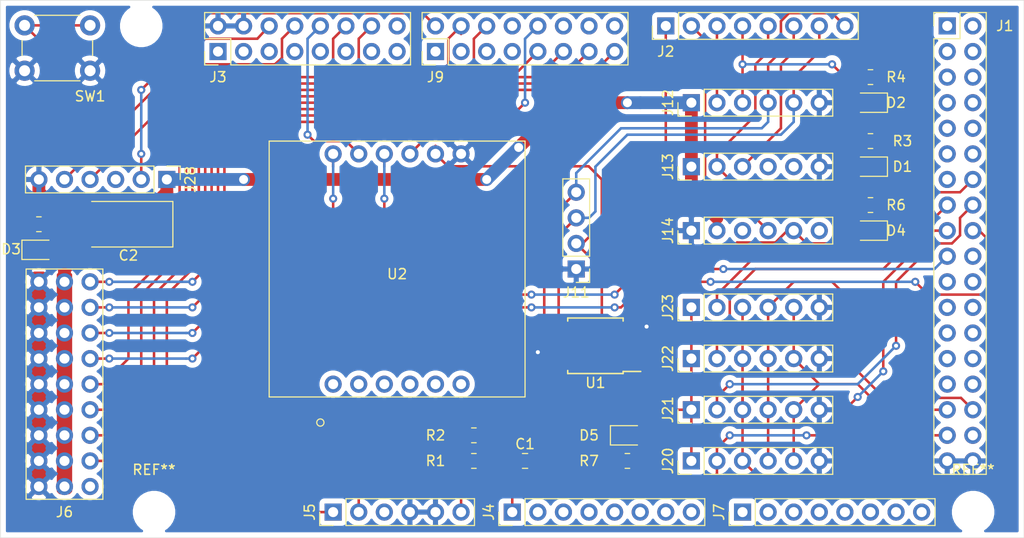
<source format=kicad_pcb>
(kicad_pcb (version 20171130) (host pcbnew "(5.1.9)-1")
  (layers (0 F.Cu signal) (31 B.Cu signal) (34 B.Paste user) (35 F.Paste user) (36 B.SilkS user) (37 F.SilkS user) (38 B.Mask user) (39 F.Mask user) (44 Edge.Cuts user))
  (net 0 "")
  (net 1 GND)
  (net 2 /A0)
  (net 3 /RE0)
  (net 4 /RE1)
  (net 5 /RE2)
  (net 6 /RE3)
  (net 7 /RE4)
  (net 8 /SCL1)
  (net 9 /SDA1)
  (net 10 /U4RX)
  (net 11 /U4TX)
  (net 12 /U2RX)
  (net 13 /U2TX)
  (net 14 /U5RX)
  (net 15 /U5TX)
  (net 16 /OC4)
  (net 17 /OC5)
  (net 18 /SDI1)
  (net 19 /SCL2)
  (net 20 /SDA2)
  (net 21 +BATT)
  (net 22 +3V3)
  (net 23 /RESET)
  (net 24 /SCK2)
  (net 25 /SDO2)
  (net 26 /SDI2)
  (net 27 /SCK1)
  (net 28 /RA0)
  (net 29 /RA1)
  (net 30 /RA4)
  (net 31 /SDO1)
  (net 32 /RA5)
  (net 33 /OC2)
  (net 34 /OC3)
  (net 35 /RE9)
  (net 36 +5V)
  (net 37 "Net-(D1-Pad1)")
  (net 38 "Net-(D2-Pad1)")
  (net 39 "Net-(D3-Pad1)")
  (net 40 "Net-(D4-Pad1)")
  (net 41 "Net-(D5-Pad1)")
  (module MountingHole:MountingHole_3.2mm_M3 (layer F.Cu) (at 52.07 40.64)
    (fp_text reference REF** hide)
    (fp_text value MountingHole_3.2mm_M3 hide)
    (pad 1 np_thru_hole circle (at 0 0) (size 3.2 3.2) (drill 3.2) (layers *.Cu *.Mask))
  )
  (module MountingHole:MountingHole_3.2mm_M3 (layer F.Cu) (at 53.34 88.9)
    (fp_text reference REF** (at 0 -4.2) (layer F.SilkS))
    (fp_text value MountingHole_3.2mm_M3 hide)
    (pad 1 np_thru_hole circle (at 0 0) (size 3.2 3.2) (drill 3.2) (layers *.Cu *.Mask))
  )
  (module MountingHole:MountingHole_3.2mm_M3 (layer F.Cu) (at 134.65 88.9)
    (fp_text reference REF** (at 0 -4.2) (layer F.SilkS))
    (fp_text value MountingHole_3.2mm_M3 hide)
    (pad 1 np_thru_hole circle (at 0 0) (size 3.2 3.2) (drill 3.2) (layers *.Cu *.Mask))
  )
  (module Button_Switch_THT:SW_PUSH_6mm_H4.3mm (layer F.Cu) (at 46.99 45.085 180)
    (fp_text reference SW1 (at 0 -2.54) (layer F.SilkS))
    (fp_text value BTN)
    (pad 1 thru_hole circle (at 6.5 0 270) (size 2 2) (drill 1.1) (layers *.Cu *.Mask) (net 1 GND))
    (pad 2 thru_hole circle (at 6.5 4.5 270) (size 2 2) (drill 1.1) (layers *.Cu *.Mask) (net 23 /RESET))
    (pad 1 thru_hole circle (at 0 0 270) (size 2 2) (drill 1.1) (layers *.Cu *.Mask) (net 1 GND))
    (pad 2 thru_hole circle (at 0 4.5 270) (size 2 2) (drill 1.1) (layers *.Cu *.Mask) (net 23 /RESET))
  )
  (module Package_SO:SOIJ-8_5.3x5.3mm_P1.27mm (layer F.Cu) (at 97.155 72.39 180)
    (fp_text reference U1 (at 0 -3.68) (layer F.SilkS))
    (fp_text value 24LC256)
    (pad 8 smd rect (at 3.65 -1.905 180) (size 1.7 0.65) (layers F.Cu F.Paste F.Mask) (net 22 +3V3))
    (pad 7 smd rect (at 3.65 -0.635 180) (size 1.7 0.65) (layers F.Cu F.Paste F.Mask) (net 1 GND))
    (pad 6 smd rect (at 3.65 0.635 180) (size 1.7 0.65) (layers F.Cu F.Paste F.Mask) (net 8 /SCL1))
    (pad 5 smd rect (at 3.65 1.905 180) (size 1.7 0.65) (layers F.Cu F.Paste F.Mask) (net 9 /SDA1))
    (pad 4 smd rect (at -3.65 1.905 180) (size 1.7 0.65) (layers F.Cu F.Paste F.Mask) (net 1 GND))
    (pad 3 smd rect (at -3.65 0.635 180) (size 1.7 0.65) (layers F.Cu F.Paste F.Mask) (net 1 GND))
    (pad 2 smd rect (at -3.65 -0.635 180) (size 1.7 0.65) (layers F.Cu F.Paste F.Mask) (net 1 GND))
    (pad 1 smd rect (at -3.65 -1.905 180) (size 1.7 0.65) (layers F.Cu F.Paste F.Mask) (net 1 GND))
  )
  (module "OSAVC interface shield:PWM_HDR" (layer F.Cu) (at 44.45 76.2 180)
    (fp_text reference J6 (at 0 -12.7) (layer F.SilkS))
    (fp_text value PWM)
    (pad 3I thru_hole circle (at 2.54 10.16 180) (size 1.7 1.7) (drill 1) (layers *.Cu *.Mask) (net 1 GND))
    (pad 2I thru_hole circle (at 0 10.16 180) (size 1.7 1.7) (drill 1) (layers *.Cu *.Mask) (net 36 +5V))
    (pad 1I thru_hole circle (at -2.54 10.16 180) (size 1.7 1.7) (drill 1) (layers *.Cu *.Mask) (net 32 /RA5))
    (pad 3H thru_hole circle (at 2.54 7.62 180) (size 1.7 1.7) (drill 1) (layers *.Cu *.Mask) (net 1 GND))
    (pad 2H thru_hole circle (at 0 7.62 180) (size 1.7 1.7) (drill 1) (layers *.Cu *.Mask) (net 36 +5V))
    (pad 1H thru_hole circle (at -2.54 7.62 180) (size 1.7 1.7) (drill 1) (layers *.Cu *.Mask) (net 30 /RA4))
    (pad 3G thru_hole circle (at 2.54 5.08 180) (size 1.7 1.7) (drill 1) (layers *.Cu *.Mask) (net 1 GND))
    (pad 2G thru_hole circle (at 0 5.08 180) (size 1.7 1.7) (drill 1) (layers *.Cu *.Mask) (net 36 +5V))
    (pad 1G thru_hole circle (at -2.54 5.08 180) (size 1.7 1.7) (drill 1) (layers *.Cu *.Mask) (net 29 /RA1))
    (pad 3F thru_hole circle (at 2.54 2.54 180) (size 1.7 1.7) (drill 1) (layers *.Cu *.Mask) (net 1 GND))
    (pad 2F thru_hole circle (at 0 2.54 180) (size 1.7 1.7) (drill 1) (layers *.Cu *.Mask) (net 36 +5V))
    (pad 1F thru_hole circle (at -2.54 2.54 180) (size 1.7 1.7) (drill 1) (layers *.Cu *.Mask) (net 28 /RA0))
    (pad 3E thru_hole circle (at 2.54 0 180) (size 1.7 1.7) (drill 1) (layers *.Cu *.Mask) (net 1 GND))
    (pad 2E thru_hole circle (at 0 0 180) (size 1.7 1.7) (drill 1) (layers *.Cu *.Mask) (net 36 +5V))
    (pad 1E thru_hole circle (at -2.54 0 180) (size 1.7 1.7) (drill 1) (layers *.Cu *.Mask) (net 17 /OC5))
    (pad 3D thru_hole circle (at 2.54 -2.54 180) (size 1.7 1.7) (drill 1) (layers *.Cu *.Mask) (net 1 GND))
    (pad 2D thru_hole circle (at 0 -2.54 180) (size 1.7 1.7) (drill 1) (layers *.Cu *.Mask) (net 36 +5V))
    (pad 1D thru_hole circle (at -2.54 -2.54 180) (size 1.7 1.7) (drill 1) (layers *.Cu *.Mask) (net 16 /OC4))
    (pad 3C thru_hole circle (at 2.54 -5.08 180) (size 1.7 1.7) (drill 1) (layers *.Cu *.Mask) (net 1 GND))
    (pad 2C thru_hole circle (at 0 -5.08 180) (size 1.7 1.7) (drill 1) (layers *.Cu *.Mask) (net 36 +5V))
    (pad 1C thru_hole circle (at -2.54 -5.08 180) (size 1.7 1.7) (drill 1) (layers *.Cu *.Mask) (net 34 /OC3))
    (pad 3B thru_hole circle (at 2.54 -7.62 180) (size 1.7 1.7) (drill 1) (layers *.Cu *.Mask) (net 1 GND))
    (pad 2B thru_hole circle (at 0 -7.62 180) (size 1.7 1.7) (drill 1) (layers *.Cu *.Mask) (net 36 +5V))
    (pad 1B thru_hole circle (at -2.54 -7.62 180) (size 1.7 1.7) (drill 1) (layers *.Cu *.Mask) (net 33 /OC2))
    (pad 3A thru_hole circle (at 2.54 -10.16 180) (size 1.7 1.7) (drill 1) (layers *.Cu *.Mask) (net 1 GND))
    (pad 2A thru_hole circle (at 0 -10.16 180) (size 1.7 1.7) (drill 1) (layers *.Cu *.Mask) (net 36 +5V))
    (pad 1A thru_hole circle (at -2.54 -10.16 180) (size 1.7 1.7) (drill 1) (layers *.Cu *.Mask))
  )
  (module Connector_PinHeader_2.54mm:PinHeader_2x18_P2.54mm_Vertical (layer F.Cu) (at 132.08 40.64)
    (fp_text reference J1 (at 5.715 0) (layer F.SilkS))
    (fp_text value DIGITAL)
    (pad 36 thru_hole oval (at 2.54 43.18) (size 1.7 1.7) (drill 1) (layers *.Cu *.Mask) (net 1 GND))
    (pad 35 thru_hole oval (at 0 43.18) (size 1.7 1.7) (drill 1) (layers *.Cu *.Mask) (net 1 GND))
    (pad 34 thru_hole oval (at 2.54 40.64) (size 1.7 1.7) (drill 1) (layers *.Cu *.Mask))
    (pad 33 thru_hole oval (at 0 40.64) (size 1.7 1.7) (drill 1) (layers *.Cu *.Mask) (net 24 /SCK2))
    (pad 32 thru_hole oval (at 2.54 38.1) (size 1.7 1.7) (drill 1) (layers *.Cu *.Mask) (net 25 /SDO2))
    (pad 31 thru_hole oval (at 0 38.1) (size 1.7 1.7) (drill 1) (layers *.Cu *.Mask) (net 26 /SDI2))
    (pad 30 thru_hole oval (at 2.54 35.56) (size 1.7 1.7) (drill 1) (layers *.Cu *.Mask))
    (pad 29 thru_hole oval (at 0 35.56) (size 1.7 1.7) (drill 1) (layers *.Cu *.Mask))
    (pad 28 thru_hole oval (at 2.54 33.02) (size 1.7 1.7) (drill 1) (layers *.Cu *.Mask))
    (pad 27 thru_hole oval (at 0 33.02) (size 1.7 1.7) (drill 1) (layers *.Cu *.Mask))
    (pad 26 thru_hole oval (at 2.54 30.48) (size 1.7 1.7) (drill 1) (layers *.Cu *.Mask))
    (pad 25 thru_hole oval (at 0 30.48) (size 1.7 1.7) (drill 1) (layers *.Cu *.Mask))
    (pad 24 thru_hole oval (at 2.54 27.94) (size 1.7 1.7) (drill 1) (layers *.Cu *.Mask))
    (pad 23 thru_hole oval (at 0 27.94) (size 1.7 1.7) (drill 1) (layers *.Cu *.Mask))
    (pad 22 thru_hole oval (at 2.54 25.4) (size 1.7 1.7) (drill 1) (layers *.Cu *.Mask))
    (pad 21 thru_hole oval (at 0 25.4) (size 1.7 1.7) (drill 1) (layers *.Cu *.Mask))
    (pad 20 thru_hole oval (at 2.54 22.86) (size 1.7 1.7) (drill 1) (layers *.Cu *.Mask))
    (pad 19 thru_hole oval (at 0 22.86) (size 1.7 1.7) (drill 1) (layers *.Cu *.Mask) (net 27 /SCK1))
    (pad 18 thru_hole oval (at 2.54 20.32) (size 1.7 1.7) (drill 1) (layers *.Cu *.Mask) (net 3 /RE0))
    (pad 17 thru_hole oval (at 0 20.32) (size 1.7 1.7) (drill 1) (layers *.Cu *.Mask) (net 4 /RE1))
    (pad 16 thru_hole oval (at 2.54 17.78) (size 1.7 1.7) (drill 1) (layers *.Cu *.Mask) (net 5 /RE2))
    (pad 15 thru_hole oval (at 0 17.78) (size 1.7 1.7) (drill 1) (layers *.Cu *.Mask) (net 6 /RE3))
    (pad 14 thru_hole oval (at 2.54 15.24) (size 1.7 1.7) (drill 1) (layers *.Cu *.Mask) (net 7 /RE4))
    (pad 13 thru_hole oval (at 0 15.24) (size 1.7 1.7) (drill 1) (layers *.Cu *.Mask))
    (pad 12 thru_hole oval (at 2.54 12.7) (size 1.7 1.7) (drill 1) (layers *.Cu *.Mask))
    (pad 11 thru_hole oval (at 0 12.7) (size 1.7 1.7) (drill 1) (layers *.Cu *.Mask))
    (pad 10 thru_hole oval (at 2.54 10.16) (size 1.7 1.7) (drill 1) (layers *.Cu *.Mask))
    (pad 9 thru_hole oval (at 0 10.16) (size 1.7 1.7) (drill 1) (layers *.Cu *.Mask))
    (pad 8 thru_hole oval (at 2.54 7.62) (size 1.7 1.7) (drill 1) (layers *.Cu *.Mask))
    (pad 7 thru_hole oval (at 0 7.62) (size 1.7 1.7) (drill 1) (layers *.Cu *.Mask))
    (pad 6 thru_hole oval (at 2.54 5.08) (size 1.7 1.7) (drill 1) (layers *.Cu *.Mask))
    (pad 5 thru_hole oval (at 0 5.08) (size 1.7 1.7) (drill 1) (layers *.Cu *.Mask))
    (pad 4 thru_hole oval (at 2.54 2.54) (size 1.7 1.7) (drill 1) (layers *.Cu *.Mask))
    (pad 3 thru_hole oval (at 0 2.54) (size 1.7 1.7) (drill 1) (layers *.Cu *.Mask))
    (pad 2 thru_hole oval (at 2.54 0) (size 1.7 1.7) (drill 1) (layers *.Cu *.Mask))
    (pad 1 thru_hole rect (at 0 0) (size 1.7 1.7) (drill 1) (layers *.Cu *.Mask))
  )
  (module Connector_PinHeader_2.54mm:PinHeader_1x08_P2.54mm_Vertical (layer F.Cu) (at 104.14 40.64 90)
    (fp_text reference J2 (at -2.54 0 180) (layer F.SilkS))
    (fp_text value COMMUNICATION)
    (pad 8 thru_hole oval (at 0 17.78 90) (size 1.7 1.7) (drill 1) (layers *.Cu *.Mask) (net 8 /SCL1))
    (pad 7 thru_hole oval (at 0 15.24 90) (size 1.7 1.7) (drill 1) (layers *.Cu *.Mask) (net 9 /SDA1))
    (pad 6 thru_hole oval (at 0 12.7 90) (size 1.7 1.7) (drill 1) (layers *.Cu *.Mask) (net 10 /U4RX))
    (pad 5 thru_hole oval (at 0 10.16 90) (size 1.7 1.7) (drill 1) (layers *.Cu *.Mask) (net 11 /U4TX))
    (pad 4 thru_hole oval (at 0 7.62 90) (size 1.7 1.7) (drill 1) (layers *.Cu *.Mask) (net 12 /U2RX))
    (pad 3 thru_hole oval (at 0 5.08 90) (size 1.7 1.7) (drill 1) (layers *.Cu *.Mask) (net 13 /U2TX))
    (pad 2 thru_hole oval (at 0 2.54 90) (size 1.7 1.7) (drill 1) (layers *.Cu *.Mask) (net 14 /U5RX))
    (pad 1 thru_hole rect (at 0 0 90) (size 1.7 1.7) (drill 1) (layers *.Cu *.Mask) (net 15 /U5TX))
  )
  (module Connector_PinHeader_2.54mm:PinHeader_2x08_P2.54mm_Vertical (layer F.Cu) (at 59.69 43.18 90)
    (fp_text reference J3 (at -2.54 0 180) (layer F.SilkS))
    (fp_text value PWM/DIGITAL)
    (pad 16 thru_hole oval (at 2.54 17.78 90) (size 1.7 1.7) (drill 1) (layers *.Cu *.Mask))
    (pad 15 thru_hole oval (at 0 17.78 90) (size 1.7 1.7) (drill 1) (layers *.Cu *.Mask))
    (pad 14 thru_hole oval (at 2.54 15.24 90) (size 1.7 1.7) (drill 1) (layers *.Cu *.Mask) (net 16 /OC4))
    (pad 13 thru_hole oval (at 0 15.24 90) (size 1.7 1.7) (drill 1) (layers *.Cu *.Mask))
    (pad 12 thru_hole oval (at 2.54 12.7 90) (size 1.7 1.7) (drill 1) (layers *.Cu *.Mask) (net 17 /OC5))
    (pad 11 thru_hole oval (at 0 12.7 90) (size 1.7 1.7) (drill 1) (layers *.Cu *.Mask))
    (pad 10 thru_hole oval (at 2.54 10.16 90) (size 1.7 1.7) (drill 1) (layers *.Cu *.Mask) (net 18 /SDI1))
    (pad 9 thru_hole oval (at 0 10.16 90) (size 1.7 1.7) (drill 1) (layers *.Cu *.Mask))
    (pad 8 thru_hole oval (at 2.54 7.62 90) (size 1.7 1.7) (drill 1) (layers *.Cu *.Mask) (net 19 /SCL2))
    (pad 7 thru_hole oval (at 0 7.62 90) (size 1.7 1.7) (drill 1) (layers *.Cu *.Mask))
    (pad 6 thru_hole oval (at 2.54 5.08 90) (size 1.7 1.7) (drill 1) (layers *.Cu *.Mask) (net 20 /SDA2))
    (pad 5 thru_hole oval (at 0 5.08 90) (size 1.7 1.7) (drill 1) (layers *.Cu *.Mask))
    (pad 4 thru_hole oval (at 2.54 2.54 90) (size 1.7 1.7) (drill 1) (layers *.Cu *.Mask) (net 1 GND))
    (pad 3 thru_hole oval (at 0 2.54 90) (size 1.7 1.7) (drill 1) (layers *.Cu *.Mask))
    (pad 2 thru_hole oval (at 2.54 0 90) (size 1.7 1.7) (drill 1) (layers *.Cu *.Mask) (net 1 GND))
    (pad 1 thru_hole rect (at 0 0 90) (size 1.7 1.7) (drill 1) (layers *.Cu *.Mask))
  )
  (module Connector_PinHeader_2.54mm:PinHeader_1x08_P2.54mm_Vertical (layer F.Cu) (at 88.9 88.9 90)
    (fp_text reference J4 (at 0 -2.33 90) (layer F.SilkS))
    (fp_text value "ANALOG 1")
    (pad 8 thru_hole oval (at 0 17.78 90) (size 1.7 1.7) (drill 1) (layers *.Cu *.Mask))
    (pad 7 thru_hole oval (at 0 15.24 90) (size 1.7 1.7) (drill 1) (layers *.Cu *.Mask))
    (pad 6 thru_hole oval (at 0 12.7 90) (size 1.7 1.7) (drill 1) (layers *.Cu *.Mask))
    (pad 5 thru_hole oval (at 0 10.16 90) (size 1.7 1.7) (drill 1) (layers *.Cu *.Mask))
    (pad 4 thru_hole oval (at 0 7.62 90) (size 1.7 1.7) (drill 1) (layers *.Cu *.Mask))
    (pad 3 thru_hole oval (at 0 5.08 90) (size 1.7 1.7) (drill 1) (layers *.Cu *.Mask))
    (pad 2 thru_hole oval (at 0 2.54 90) (size 1.7 1.7) (drill 1) (layers *.Cu *.Mask))
    (pad 1 thru_hole rect (at 0 0 90) (size 1.7 1.7) (drill 1) (layers *.Cu *.Mask) (net 2 /A0))
  )
  (module Connector_PinHeader_2.54mm:PinHeader_1x08_P2.54mm_Vertical (layer F.Cu) (at 111.76 88.9 90)
    (fp_text reference J7 (at 0 -2.33 90) (layer F.SilkS))
    (fp_text value "ANALOG 2")
    (pad 8 thru_hole oval (at 0 17.78 90) (size 1.7 1.7) (drill 1) (layers *.Cu *.Mask))
    (pad 7 thru_hole oval (at 0 15.24 90) (size 1.7 1.7) (drill 1) (layers *.Cu *.Mask))
    (pad 6 thru_hole oval (at 0 12.7 90) (size 1.7 1.7) (drill 1) (layers *.Cu *.Mask))
    (pad 5 thru_hole oval (at 0 10.16 90) (size 1.7 1.7) (drill 1) (layers *.Cu *.Mask))
    (pad 4 thru_hole oval (at 0 7.62 90) (size 1.7 1.7) (drill 1) (layers *.Cu *.Mask))
    (pad 3 thru_hole oval (at 0 5.08 90) (size 1.7 1.7) (drill 1) (layers *.Cu *.Mask))
    (pad 2 thru_hole oval (at 0 2.54 90) (size 1.7 1.7) (drill 1) (layers *.Cu *.Mask))
    (pad 1 thru_hole rect (at 0 0 90) (size 1.7 1.7) (drill 1) (layers *.Cu *.Mask))
  )
  (module Connector_PinHeader_2.54mm:PinHeader_2x08_P2.54mm_Vertical (layer F.Cu) (at 81.28 43.18 90)
    (fp_text reference J9 (at -2.54 0 180) (layer F.SilkS))
    (fp_text value " ")
    (pad 16 thru_hole oval (at 2.54 17.78 90) (size 1.7 1.7) (drill 1) (layers *.Cu *.Mask))
    (pad 15 thru_hole oval (at 0 17.78 90) (size 1.7 1.7) (drill 1) (layers *.Cu *.Mask) (net 28 /RA0))
    (pad 14 thru_hole oval (at 2.54 15.24 90) (size 1.7 1.7) (drill 1) (layers *.Cu *.Mask))
    (pad 13 thru_hole oval (at 0 15.24 90) (size 1.7 1.7) (drill 1) (layers *.Cu *.Mask) (net 29 /RA1))
    (pad 12 thru_hole oval (at 2.54 12.7 90) (size 1.7 1.7) (drill 1) (layers *.Cu *.Mask))
    (pad 11 thru_hole oval (at 0 12.7 90) (size 1.7 1.7) (drill 1) (layers *.Cu *.Mask) (net 30 /RA4))
    (pad 10 thru_hole oval (at 2.54 10.16 90) (size 1.7 1.7) (drill 1) (layers *.Cu *.Mask) (net 31 /SDO1))
    (pad 9 thru_hole oval (at 0 10.16 90) (size 1.7 1.7) (drill 1) (layers *.Cu *.Mask) (net 32 /RA5))
    (pad 8 thru_hole oval (at 2.54 7.62 90) (size 1.7 1.7) (drill 1) (layers *.Cu *.Mask))
    (pad 7 thru_hole oval (at 0 7.62 90) (size 1.7 1.7) (drill 1) (layers *.Cu *.Mask))
    (pad 6 thru_hole oval (at 2.54 5.08 90) (size 1.7 1.7) (drill 1) (layers *.Cu *.Mask) (net 33 /OC2))
    (pad 5 thru_hole oval (at 0 5.08 90) (size 1.7 1.7) (drill 1) (layers *.Cu *.Mask))
    (pad 4 thru_hole oval (at 2.54 2.54 90) (size 1.7 1.7) (drill 1) (layers *.Cu *.Mask) (net 34 /OC3))
    (pad 3 thru_hole oval (at 0 2.54 90) (size 1.7 1.7) (drill 1) (layers *.Cu *.Mask))
    (pad 2 thru_hole oval (at 2.54 0 90) (size 1.7 1.7) (drill 1) (layers *.Cu *.Mask) (net 35 /RE9))
    (pad 1 thru_hole rect (at 0 0 90) (size 1.7 1.7) (drill 1) (layers *.Cu *.Mask))
  )
  (module Connector_PinHeader_2.54mm:PinHeader_1x04_P2.54mm_Vertical (layer F.Cu) (at 95.25 64.77 180)
    (fp_text reference J11 (at 0 -2.33) (layer F.SilkS))
    (fp_text value I2C1)
    (pad 4 thru_hole oval (at 0 7.62 180) (size 1.7 1.7) (drill 1) (layers *.Cu *.Mask) (net 8 /SCL1))
    (pad 3 thru_hole oval (at 0 5.08 180) (size 1.7 1.7) (drill 1) (layers *.Cu *.Mask) (net 9 /SDA1))
    (pad 2 thru_hole oval (at 0 2.54 180) (size 1.7 1.7) (drill 1) (layers *.Cu *.Mask) (net 22 +3V3))
    (pad 1 thru_hole rect (at 0 0 180) (size 1.7 1.7) (drill 1) (layers *.Cu *.Mask) (net 1 GND))
  )
  (module Connector_PinHeader_2.54mm:PinHeader_1x06_P2.54mm_Vertical (layer F.Cu) (at 106.68 48.26 90)
    (fp_text reference J12 (at 0 -2.33 90) (layer F.SilkS))
    (fp_text value GPS)
    (pad 6 thru_hole oval (at 0 12.7 90) (size 1.7 1.7) (drill 1) (layers *.Cu *.Mask) (net 1 GND))
    (pad 5 thru_hole oval (at 0 10.16 90) (size 1.7 1.7) (drill 1) (layers *.Cu *.Mask) (net 9 /SDA1))
    (pad 4 thru_hole oval (at 0 7.62 90) (size 1.7 1.7) (drill 1) (layers *.Cu *.Mask) (net 8 /SCL1))
    (pad 3 thru_hole oval (at 0 5.08 90) (size 1.7 1.7) (drill 1) (layers *.Cu *.Mask) (net 12 /U2RX))
    (pad 2 thru_hole oval (at 0 2.54 90) (size 1.7 1.7) (drill 1) (layers *.Cu *.Mask) (net 13 /U2TX))
    (pad 1 thru_hole rect (at 0 0 90) (size 1.7 1.7) (drill 1) (layers *.Cu *.Mask) (net 36 +5V))
  )
  (module Connector_PinHeader_2.54mm:PinHeader_1x06_P2.54mm_Vertical (layer F.Cu) (at 106.68 54.61 90)
    (fp_text reference J13 (at 0 -2.33 90) (layer F.SilkS))
    (fp_text value Radio)
    (pad 6 thru_hole oval (at 0 12.7 90) (size 1.7 1.7) (drill 1) (layers *.Cu *.Mask) (net 1 GND))
    (pad 5 thru_hole oval (at 0 10.16 90) (size 1.7 1.7) (drill 1) (layers *.Cu *.Mask))
    (pad 4 thru_hole oval (at 0 7.62 90) (size 1.7 1.7) (drill 1) (layers *.Cu *.Mask))
    (pad 3 thru_hole oval (at 0 5.08 90) (size 1.7 1.7) (drill 1) (layers *.Cu *.Mask) (net 10 /U4RX))
    (pad 2 thru_hole oval (at 0 2.54 90) (size 1.7 1.7) (drill 1) (layers *.Cu *.Mask) (net 11 /U4TX))
    (pad 1 thru_hole rect (at 0 0 90) (size 1.7 1.7) (drill 1) (layers *.Cu *.Mask) (net 36 +5V))
  )
  (module Connector_PinHeader_2.54mm:PinHeader_1x06_P2.54mm_Vertical (layer F.Cu) (at 106.68 60.96 90)
    (fp_text reference J14 (at 0 -2.33 90) (layer F.SilkS))
    (fp_text value "RC RX")
    (pad 6 thru_hole oval (at 0 12.7 90) (size 1.7 1.7) (drill 1) (layers *.Cu *.Mask))
    (pad 5 thru_hole oval (at 0 10.16 90) (size 1.7 1.7) (drill 1) (layers *.Cu *.Mask) (net 15 /U5TX))
    (pad 4 thru_hole oval (at 0 7.62 90) (size 1.7 1.7) (drill 1) (layers *.Cu *.Mask) (net 14 /U5RX))
    (pad 3 thru_hole oval (at 0 5.08 90) (size 1.7 1.7) (drill 1) (layers *.Cu *.Mask))
    (pad 2 thru_hole oval (at 0 2.54 90) (size 1.7 1.7) (drill 1) (layers *.Cu *.Mask) (net 36 +5V))
    (pad 1 thru_hole rect (at 0 0 90) (size 1.7 1.7) (drill 1) (layers *.Cu *.Mask) (net 1 GND))
  )
  (module Connector_PinHeader_2.54mm:PinHeader_1x06_P2.54mm_Vertical (layer F.Cu) (at 106.68 83.82 90)
    (fp_text reference J20 (at 0 -2.33 90) (layer F.SilkS))
    (fp_text value "Left Motor")
    (pad 6 thru_hole oval (at 0 12.7 90) (size 1.7 1.7) (drill 1) (layers *.Cu *.Mask) (net 1 GND))
    (pad 5 thru_hole oval (at 0 10.16 90) (size 1.7 1.7) (drill 1) (layers *.Cu *.Mask) (net 26 /SDI2))
    (pad 4 thru_hole oval (at 0 7.62 90) (size 1.7 1.7) (drill 1) (layers *.Cu *.Mask) (net 25 /SDO2))
    (pad 3 thru_hole oval (at 0 5.08 90) (size 1.7 1.7) (drill 1) (layers *.Cu *.Mask) (net 24 /SCK2))
    (pad 2 thru_hole oval (at 0 2.54 90) (size 1.7 1.7) (drill 1) (layers *.Cu *.Mask) (net 4 /RE1))
    (pad 1 thru_hole rect (at 0 0 90) (size 1.7 1.7) (drill 1) (layers *.Cu *.Mask) (net 22 +3V3))
  )
  (module Connector_PinHeader_2.54mm:PinHeader_1x06_P2.54mm_Vertical (layer F.Cu) (at 106.68 78.74 90)
    (fp_text reference J21 (at 0 -2.33 90) (layer F.SilkS))
    (fp_text value "Right Motor")
    (pad 6 thru_hole oval (at 0 12.7 90) (size 1.7 1.7) (drill 1) (layers *.Cu *.Mask) (net 1 GND))
    (pad 5 thru_hole oval (at 0 10.16 90) (size 1.7 1.7) (drill 1) (layers *.Cu *.Mask) (net 26 /SDI2))
    (pad 4 thru_hole oval (at 0 7.62 90) (size 1.7 1.7) (drill 1) (layers *.Cu *.Mask) (net 25 /SDO2))
    (pad 3 thru_hole oval (at 0 5.08 90) (size 1.7 1.7) (drill 1) (layers *.Cu *.Mask) (net 24 /SCK2))
    (pad 2 thru_hole oval (at 0 2.54 90) (size 1.7 1.7) (drill 1) (layers *.Cu *.Mask) (net 5 /RE2))
    (pad 1 thru_hole rect (at 0 0 90) (size 1.7 1.7) (drill 1) (layers *.Cu *.Mask) (net 22 +3V3))
  )
  (module Connector_PinHeader_2.54mm:PinHeader_1x06_P2.54mm_Vertical (layer F.Cu) (at 106.68 73.66 90)
    (fp_text reference J22 (at 0 -2.33 90) (layer F.SilkS))
    (fp_text value Steering)
    (pad 6 thru_hole oval (at 0 12.7 90) (size 1.7 1.7) (drill 1) (layers *.Cu *.Mask) (net 1 GND))
    (pad 5 thru_hole oval (at 0 10.16 90) (size 1.7 1.7) (drill 1) (layers *.Cu *.Mask) (net 26 /SDI2))
    (pad 4 thru_hole oval (at 0 7.62 90) (size 1.7 1.7) (drill 1) (layers *.Cu *.Mask) (net 25 /SDO2))
    (pad 3 thru_hole oval (at 0 5.08 90) (size 1.7 1.7) (drill 1) (layers *.Cu *.Mask) (net 24 /SCK2))
    (pad 2 thru_hole oval (at 0 2.54 90) (size 1.7 1.7) (drill 1) (layers *.Cu *.Mask) (net 6 /RE3))
    (pad 1 thru_hole rect (at 0 0 90) (size 1.7 1.7) (drill 1) (layers *.Cu *.Mask) (net 22 +3V3))
  )
  (module Connector_PinHeader_2.54mm:PinHeader_1x06_P2.54mm_Vertical (layer F.Cu) (at 106.68 68.58 90)
    (fp_text reference J23 (at 0 -2.33 90) (layer F.SilkS))
    (fp_text value "Encoder 4")
    (pad 6 thru_hole oval (at 0 12.7 90) (size 1.7 1.7) (drill 1) (layers *.Cu *.Mask) (net 1 GND))
    (pad 5 thru_hole oval (at 0 10.16 90) (size 1.7 1.7) (drill 1) (layers *.Cu *.Mask) (net 26 /SDI2))
    (pad 4 thru_hole oval (at 0 7.62 90) (size 1.7 1.7) (drill 1) (layers *.Cu *.Mask) (net 25 /SDO2))
    (pad 3 thru_hole oval (at 0 5.08 90) (size 1.7 1.7) (drill 1) (layers *.Cu *.Mask) (net 24 /SCK2))
    (pad 2 thru_hole oval (at 0 2.54 90) (size 1.7 1.7) (drill 1) (layers *.Cu *.Mask) (net 7 /RE4))
    (pad 1 thru_hole rect (at 0 0 90) (size 1.7 1.7) (drill 1) (layers *.Cu *.Mask) (net 22 +3V3))
  )
  (module "OSAVC interface shield:SPARKFUN_ICM20948_BREAKOUT" (layer F.Cu) (at 77.47 64.77)
    (fp_text reference U2 (at 0 0.5) (layer F.SilkS))
    (fp_text value Sparkfun_ICM-20948_breakout)
    (pad 12 thru_hole circle (at -6.35 -11.43) (size 1.7 1.7) (drill 1) (layers *.Cu *.Mask) (net 3 /RE0))
    (pad 11 thru_hole circle (at -3.81 -11.43) (size 1.7 1.7) (drill 1) (layers *.Cu *.Mask) (net 18 /SDI1))
    (pad 10 thru_hole circle (at -1.27 -11.43) (size 1.7 1.7) (drill 1) (layers *.Cu *.Mask) (net 27 /SCK1))
    (pad 9 thru_hole circle (at 1.27 -11.43) (size 1.7 1.7) (drill 1) (layers *.Cu *.Mask) (net 31 /SDO1))
    (pad 8 thru_hole circle (at 3.81 -11.43) (size 1.7 1.7) (drill 1) (layers *.Cu *.Mask) (net 22 +3V3))
    (pad 7 thru_hole circle (at 6.35 -11.43) (size 1.7 1.7) (drill 1) (layers *.Cu *.Mask) (net 1 GND))
    (pad 6 thru_hole circle (at 6.35 11.43) (size 1.7 1.7) (drill 1) (layers *.Cu *.Mask))
    (pad 5 thru_hole circle (at 3.81 11.43) (size 1.7 1.7) (drill 1) (layers *.Cu *.Mask))
    (pad 4 thru_hole circle (at 1.27 11.43) (size 1.7 1.7) (drill 1) (layers *.Cu *.Mask))
    (pad 3 thru_hole circle (at -1.27 11.43) (size 1.7 1.7) (drill 1) (layers *.Cu *.Mask))
    (pad 2 thru_hole circle (at -3.81 11.43) (size 1.7 1.7) (drill 1) (layers *.Cu *.Mask))
    (pad 1 thru_hole circle (at -6.35 11.43) (size 1.7 1.7) (drill 1) (layers *.Cu *.Mask))
  )
  (module Connector_PinHeader_2.54mm:PinHeader_1x06_P2.54mm_Vertical (layer F.Cu) (at 54.61 55.88 270)
    (fp_text reference J28 (at 0 -2.33 90) (layer F.SilkS))
    (fp_text value "I2C LiDAR")
    (pad 6 thru_hole oval (at 0 12.7 270) (size 1.7 1.7) (drill 1) (layers *.Cu *.Mask) (net 1 GND))
    (pad 5 thru_hole oval (at 0 10.16 270) (size 1.7 1.7) (drill 1) (layers *.Cu *.Mask) (net 20 /SDA2))
    (pad 4 thru_hole oval (at 0 7.62 270) (size 1.7 1.7) (drill 1) (layers *.Cu *.Mask) (net 19 /SCL2))
    (pad 3 thru_hole oval (at 0 5.08 270) (size 1.7 1.7) (drill 1) (layers *.Cu *.Mask))
    (pad 2 thru_hole oval (at 0 2.54 270) (size 1.7 1.7) (drill 1) (layers *.Cu *.Mask) (net 35 /RE9))
    (pad 1 thru_hole rect (at 0 0 270) (size 1.7 1.7) (drill 1) (layers *.Cu *.Mask) (net 36 +5V))
  )
  (module Resistor_SMD:R_0805_2012Metric (layer F.Cu) (at 124.46 52.07 180)
    (fp_text reference R3 (at -3.175 0) (layer F.SilkS))
    (fp_text value 260 hide)
    (pad 2 smd roundrect (at 0.9125 0 180) (size 1.025 1.4) (layers F.Cu F.Paste F.Mask) (roundrect_rratio 0.2439014634146341) (net 1 GND))
    (pad 1 smd roundrect (at -0.9125 0 180) (size 1.025 1.4) (layers F.Cu F.Paste F.Mask) (roundrect_rratio 0.2439014634146341) (net 37 "Net-(D1-Pad1)"))
  )
  (module LED_SMD:LED_0805_2012Metric (layer F.Cu) (at 124.46 54.61 180)
    (fp_text reference D1 (at -3.175 0) (layer F.SilkS))
    (fp_text value LED)
    (pad 2 smd roundrect (at 0.9375 0 180) (size 0.975 1.4) (layers F.Cu F.Paste F.Mask) (net 11 /U4TX))
    (pad 1 smd roundrect (at -0.9375 0 180) (size 0.975 1.4) (layers F.Cu F.Paste F.Mask) (net 37 "Net-(D1-Pad1)"))
  )
  (module Resistor_SMD:R_0805_2012Metric (layer F.Cu) (at 100.33 83.82)
    (fp_text reference R7 (at -3.81 0) (layer F.SilkS))
    (fp_text value 260 hide)
    (pad 2 smd roundrect (at 0.9125 0) (size 1.025 1.4) (layers F.Cu F.Paste F.Mask) (roundrect_rratio 0.2439014634146341) (net 1 GND))
    (pad 1 smd roundrect (at -0.9125 0) (size 1.025 1.4) (layers F.Cu F.Paste F.Mask) (roundrect_rratio 0.2439014634146341) (net 41 "Net-(D5-Pad1)"))
  )
  (module Resistor_SMD:R_0805_2012Metric (layer F.Cu) (at 124.46 58.42 180)
    (fp_text reference R6 (at -2.54 0) (layer F.SilkS))
    (fp_text value 260 hide)
    (pad 2 smd roundrect (at 0.9125 0 180) (size 1.025 1.4) (layers F.Cu F.Paste F.Mask) (roundrect_rratio 0.2439014634146341) (net 1 GND))
    (pad 1 smd roundrect (at -0.9125 0 180) (size 1.025 1.4) (layers F.Cu F.Paste F.Mask) (roundrect_rratio 0.2439014634146341) (net 40 "Net-(D4-Pad1)"))
  )
  (module Resistor_SMD:R_0805_2012Metric (layer F.Cu) (at 41.91 60.325)
    (fp_text reference R5 hide)
    (fp_text value 600 hide)
    (pad 2 smd roundrect (at 0.9125 0) (size 1.025 1.4) (layers F.Cu F.Paste F.Mask) (roundrect_rratio 0.2439014634146341) (net 1 GND))
    (pad 1 smd roundrect (at -0.9125 0) (size 1.025 1.4) (layers F.Cu F.Paste F.Mask) (roundrect_rratio 0.2439014634146341) (net 39 "Net-(D3-Pad1)"))
  )
  (module Resistor_SMD:R_0805_2012Metric (layer F.Cu) (at 124.46 45.72 180)
    (fp_text reference R4 (at -2.54 0) (layer F.SilkS))
    (fp_text value 260 hide)
    (pad 2 smd roundrect (at 0.9125 0 180) (size 1.025 1.4) (layers F.Cu F.Paste F.Mask) (roundrect_rratio 0.2439014634146341) (net 1 GND))
    (pad 1 smd roundrect (at -0.9125 0 180) (size 1.025 1.4) (layers F.Cu F.Paste F.Mask) (roundrect_rratio 0.2439014634146341) (net 38 "Net-(D2-Pad1)"))
  )
  (module LED_SMD:LED_0805_2012Metric (layer F.Cu) (at 100.33 81.28)
    (fp_text reference D5 (at -3.81 0) (layer F.SilkS))
    (fp_text value LED hide)
    (pad 2 smd roundrect (at 0.9375 0) (size 0.975 1.4) (layers F.Cu F.Paste F.Mask) (net 4 /RE1))
    (pad 1 smd roundrect (at -0.9375 0) (size 0.975 1.4) (layers F.Cu F.Paste F.Mask) (net 41 "Net-(D5-Pad1)"))
  )
  (module LED_SMD:LED_0805_2012Metric (layer F.Cu) (at 124.46 60.96 180)
    (fp_text reference D4 (at -2.54 0) (layer F.SilkS))
    (fp_text value LED hide)
    (pad 2 smd roundrect (at 0.9375 0 180) (size 0.975 1.4) (layers F.Cu F.Paste F.Mask) (net 15 /U5TX))
    (pad 1 smd roundrect (at -0.9375 0 180) (size 0.975 1.4) (layers F.Cu F.Paste F.Mask) (net 40 "Net-(D4-Pad1)"))
  )
  (module LED_SMD:LED_0805_2012Metric (layer F.Cu) (at 41.91 62.865)
    (fp_text reference D3 (at -2.76 -0.065) (layer F.SilkS))
    (fp_text value LED hide)
    (pad 2 smd roundrect (at 0.9375 0) (size 0.975 1.4) (layers F.Cu F.Paste F.Mask) (net 36 +5V))
    (pad 1 smd roundrect (at -0.9375 0) (size 0.975 1.4) (layers F.Cu F.Paste F.Mask) (net 39 "Net-(D3-Pad1)"))
  )
  (module LED_SMD:LED_0805_2012Metric (layer F.Cu) (at 124.46 48.26 180)
    (fp_text reference D2 (at -2.54 0) (layer F.SilkS))
    (fp_text value LED hide)
    (pad 2 smd roundrect (at 0.9375 0 180) (size 0.975 1.4) (layers F.Cu F.Paste F.Mask) (net 12 /U2RX))
    (pad 1 smd roundrect (at -0.9375 0 180) (size 0.975 1.4) (layers F.Cu F.Paste F.Mask) (net 38 "Net-(D2-Pad1)"))
  )
  (module Capacitor_Tantalum_SMD:CP_EIA-7343-30_AVX-N (layer F.Cu) (at 50.8 60.325 180)
    (fp_text reference C2 (at 0 -3.1) (layer F.SilkS))
    (fp_text value 680uF)
    (pad 2 smd roundrect (at 3.1125 0 180) (size 2.075 2.55) (layers F.Cu F.Paste F.Mask) (roundrect_rratio 0.1204819277108434) (net 1 GND))
    (pad 1 smd roundrect (at -3.1125 0 180) (size 2.075 2.55) (layers F.Cu F.Paste F.Mask) (roundrect_rratio 0.1204819277108434) (net 36 +5V))
  )
  (module Resistor_SMD:R_0805_2012Metric (layer F.Cu) (at 85.09 81.28 180)
    (fp_text reference R2 (at 3.81 0) (layer F.SilkS))
    (fp_text value 11K hide)
    (pad 2 smd roundrect (at 0.9125 0 180) (size 1.025 1.4) (layers F.Cu F.Paste F.Mask) (roundrect_rratio 0.2439014634146341) (net 1 GND))
    (pad 1 smd roundrect (at -0.9125 0 180) (size 1.025 1.4) (layers F.Cu F.Paste F.Mask) (roundrect_rratio 0.2439014634146341) (net 2 /A0))
  )
  (module Resistor_SMD:R_0805_2012Metric (layer F.Cu) (at 85.09 83.82)
    (fp_text reference R1 (at -3.81 0) (layer F.SilkS))
    (fp_text value 180K hide)
    (pad 2 smd roundrect (at 0.9125 0) (size 1.025 1.4) (layers F.Cu F.Paste F.Mask) (roundrect_rratio 0.2439014634146341) (net 2 /A0))
    (pad 1 smd roundrect (at -0.9125 0) (size 1.025 1.4) (layers F.Cu F.Paste F.Mask) (roundrect_rratio 0.2439014634146341) (net 21 +BATT))
  )
  (module Capacitor_SMD:C_0805_2012Metric (layer F.Cu) (at 90.17 83.82)
    (fp_text reference C1 (at 0 -1.68) (layer F.SilkS))
    (fp_text value 0.1uF hide)
    (pad 2 smd roundrect (at 0.95 0) (size 1 1.45) (layers F.Cu F.Paste F.Mask) (net 1 GND))
    (pad 1 smd roundrect (at -0.95 0) (size 1 1.45) (layers F.Cu F.Paste F.Mask) (net 2 /A0))
  )
  (module Connector_PinHeader_2.54mm:PinHeader_1x06_P2.54mm_Vertical (layer F.Cu) (at 71.12 88.9 90)
    (fp_text reference J5 (at 0 -2.33 90) (layer F.SilkS))
    (fp_text value POWER)
    (pad 6 thru_hole oval (at 0 12.7 90) (size 1.7 1.7) (drill 1) (layers *.Cu *.Mask) (net 21 +BATT))
    (pad 5 thru_hole oval (at 0 10.16 90) (size 1.7 1.7) (drill 1) (layers *.Cu *.Mask) (net 1 GND))
    (pad 4 thru_hole oval (at 0 7.62 90) (size 1.7 1.7) (drill 1) (layers *.Cu *.Mask) (net 1 GND))
    (pad 3 thru_hole oval (at 0 5.08 90) (size 1.7 1.7) (drill 1) (layers *.Cu *.Mask))
    (pad 2 thru_hole oval (at 0 2.54 90) (size 1.7 1.7) (drill 1) (layers *.Cu *.Mask) (net 22 +3V3))
    (pad 1 thru_hole rect (at 0 0 90) (size 1.7 1.7) (drill 1) (layers *.Cu *.Mask) (net 23 /RESET))
  )
  (gr_line (start 38.1 91.44) (end 38.1 38.1) (layer Edge.Cuts) (width 0.05))
  (gr_line (start 139.7 91.44) (end 38.1 91.44) (layer Edge.Cuts) (width 0.05))
  (gr_line (start 139.7 38.1) (end 139.7 91.44) (layer Edge.Cuts) (width 0.05))
  (gr_line (start 38.1 38.1) (end 139.7 38.1) (layer Edge.Cuts) (width 0.05))
  (segment (start 84.1775 81.28) (end 82.55 81.28) (width 0.25) (layer F.Cu) (net 1))
  (segment (start 81.28 82.55) (end 81.28 88.9) (width 0.25) (layer F.Cu) (net 1))
  (segment (start 82.55 81.28) (end 81.28 82.55) (width 0.25) (layer F.Cu) (net 1))
  (segment (start 91.12 83.82) (end 87.31 80.01) (width 0.25) (layer F.Cu) (net 1))
  (segment (start 85.4475 80.01) (end 84.1775 81.28) (width 0.25) (layer F.Cu) (net 1))
  (segment (start 87.31 80.01) (end 85.4475 80.01) (width 0.25) (layer F.Cu) (net 1))
  (segment (start 91.12 83.82) (end 92.39 85.09) (width 0.25) (layer F.Cu) (net 1))
  (segment (start 101.2425 83.82) (end 101.2425 84.1775) (width 0.25) (layer F.Cu) (net 1))
  (segment (start 100.33 85.09) (end 92.39 85.09) (width 0.25) (layer F.Cu) (net 1))
  (segment (start 101.2425 84.1775) (end 100.33 85.09) (width 0.25) (layer F.Cu) (net 1))
  (segment (start 123.5475 52.07) (end 124.46 52.9825) (width 0.25) (layer F.Cu) (net 1))
  (segment (start 124.46 57.5075) (end 123.5475 58.42) (width 0.25) (layer F.Cu) (net 1))
  (segment (start 124.46 52.9825) (end 124.46 57.5075) (width 0.25) (layer F.Cu) (net 1))
  (segment (start 123.5475 52.07) (end 120.65 52.07) (width 0.25) (layer F.Cu) (net 1))
  (segment (start 120.65 52.07) (end 119.38 53.34) (width 0.25) (layer F.Cu) (net 1))
  (segment (start 119.38 53.34) (end 119.38 54.61) (width 0.25) (layer F.Cu) (net 1))
  (segment (start 123.5475 45.72) (end 123.5475 46.0775) (width 0.25) (layer F.Cu) (net 1))
  (segment (start 123.5475 46.0775) (end 124.46 46.99) (width 0.25) (layer F.Cu) (net 1))
  (segment (start 124.46 51.1575) (end 123.5475 52.07) (width 0.25) (layer F.Cu) (net 1))
  (segment (start 124.46 46.99) (end 124.46 51.1575) (width 0.25) (layer F.Cu) (net 1))
  (segment (start 41.91 57.15) (end 44.45 59.69) (width 1.27) (layer F.Cu) (net 1))
  (segment (start 41.91 55.88) (end 41.91 57.15) (width 1.27) (layer F.Cu) (net 1))
  (segment (start 43.815 60.325) (end 44.45 59.69) (width 0.254) (layer F.Cu) (net 1))
  (segment (start 42.8225 60.325) (end 43.815 60.325) (width 0.254) (layer F.Cu) (net 1))
  (segment (start 100.805 70.485) (end 100.805 71.755) (width 0.254) (layer F.Cu) (net 1))
  (segment (start 100.805 71.755) (end 100.805 73.025) (width 0.254) (layer F.Cu) (net 1))
  (segment (start 100.805 73.025) (end 100.805 74.295) (width 0.254) (layer F.Cu) (net 1))
  (via (at 102.235 70.485) (size 0.8) (drill 0.4) (layers F.Cu B.Cu) (net 1))
  (segment (start 100.805 70.485) (end 102.235 70.485) (width 0.254) (layer F.Cu) (net 1))
  (via (at 91.44 73.025) (size 0.8) (drill 0.4) (layers F.Cu B.Cu) (net 1))
  (segment (start 93.505 73.025) (end 91.44 73.025) (width 0.254) (layer F.Cu) (net 1))
  (segment (start 44.45 59.69) (end 45.085 60.325) (width 1.27) (layer F.Cu) (net 1))
  (segment (start 45.085 60.325) (end 47.6875 60.325) (width 1.27) (layer F.Cu) (net 1))
  (segment (start 89.22 83.82) (end 89.22 86.04) (width 0.25) (layer F.Cu) (net 2))
  (segment (start 88.9 86.36) (end 88.9 88.9) (width 0.25) (layer F.Cu) (net 2))
  (segment (start 89.22 86.04) (end 88.9 86.36) (width 0.25) (layer F.Cu) (net 2))
  (segment (start 86.0025 81.28) (end 86.0025 83.82) (width 0.25) (layer F.Cu) (net 2))
  (segment (start 86.0025 83.82) (end 89.22 83.82) (width 0.25) (layer F.Cu) (net 2))
  (segment (start 134.62 60.96) (end 135.255 60.96) (width 0.25) (layer F.Cu) (net 3))
  (segment (start 135.255 60.96) (end 136.525 62.23) (width 0.25) (layer F.Cu) (net 3))
  (segment (start 136.525 62.23) (end 136.525 66.675) (width 0.25) (layer F.Cu) (net 3))
  (segment (start 136.525 66.675) (end 135.89 67.31) (width 0.25) (layer F.Cu) (net 3))
  (via (at 128.905 66.04) (size 0.8) (drill 0.4) (layers F.Cu B.Cu) (net 3))
  (segment (start 130.175 67.31) (end 128.905 66.04) (width 0.25) (layer F.Cu) (net 3))
  (segment (start 135.89 67.31) (end 130.175 67.31) (width 0.25) (layer F.Cu) (net 3))
  (via (at 108.585 66.04) (size 0.8) (drill 0.4) (layers F.Cu B.Cu) (net 3))
  (segment (start 128.905 66.04) (end 108.585 66.04) (width 0.25) (layer B.Cu) (net 3))
  (segment (start 71.12 53.34) (end 71.12 54.61) (width 0.25) (layer F.Cu) (net 3))
  (via (at 71.12 57.785) (size 0.8) (drill 0.4) (layers F.Cu B.Cu) (net 3))
  (segment (start 71.12 54.61) (end 71.12 57.785) (width 0.25) (layer B.Cu) (net 3))
  (segment (start 71.12 57.785) (end 71.12 59.055) (width 0.25) (layer F.Cu) (net 3))
  (via (at 90.805 68.58) (size 0.8) (drill 0.4) (layers F.Cu B.Cu) (net 3))
  (segment (start 80.645 68.58) (end 90.805 68.58) (width 0.25) (layer F.Cu) (net 3))
  (segment (start 71.12 59.055) (end 80.645 68.58) (width 0.25) (layer F.Cu) (net 3))
  (via (at 99.06 68.58) (size 0.8) (drill 0.4) (layers F.Cu B.Cu) (net 3))
  (segment (start 90.805 68.58) (end 99.06 68.58) (width 0.25) (layer B.Cu) (net 3))
  (segment (start 99.06 68.58) (end 99.695 68.58) (width 0.25) (layer F.Cu) (net 3))
  (segment (start 102.235 66.04) (end 108.585 66.04) (width 0.25) (layer F.Cu) (net 3))
  (segment (start 99.695 68.58) (end 102.235 66.04) (width 0.25) (layer F.Cu) (net 3))
  (segment (start 71.12 54.61) (end 71.12 53.34) (width 0.25) (layer B.Cu) (net 3))
  (segment (start 132.08 60.96) (end 130.81 60.96) (width 0.25) (layer F.Cu) (net 4))
  (segment (start 130.81 60.96) (end 125.73 66.04) (width 0.25) (layer F.Cu) (net 4))
  (segment (start 125.73 66.04) (end 125.73 74.93) (width 0.25) (layer F.Cu) (net 4))
  (via (at 125.73 74.93) (size 0.8) (drill 0.4) (layers F.Cu B.Cu) (net 4))
  (segment (start 125.73 74.93) (end 123.19 77.47) (width 0.25) (layer B.Cu) (net 4))
  (segment (start 109.22 83.82) (end 109.22 85.09) (width 0.25) (layer F.Cu) (net 4))
  (segment (start 109.22 85.09) (end 107.95 86.36) (width 0.25) (layer F.Cu) (net 4))
  (segment (start 101.2675 81.28) (end 102.87 82.8825) (width 0.25) (layer F.Cu) (net 4))
  (segment (start 102.87 82.8825) (end 102.87 85.09) (width 0.25) (layer F.Cu) (net 4))
  (segment (start 104.14 86.36) (end 107.95 86.36) (width 0.25) (layer F.Cu) (net 4))
  (segment (start 102.87 85.09) (end 104.14 86.36) (width 0.25) (layer F.Cu) (net 4))
  (segment (start 123.19 77.47) (end 123.095001 77.564999) (width 0.25) (layer B.Cu) (net 4))
  (via (at 123.19 77.47) (size 0.8) (drill 0.4) (layers F.Cu B.Cu) (net 4))
  (segment (start 123.19 77.47) (end 119.38 81.28) (width 0.25) (layer F.Cu) (net 4))
  (via (at 118.11 81.28) (size 0.8) (drill 0.4) (layers F.Cu B.Cu) (net 4))
  (segment (start 119.38 81.28) (end 118.11 81.28) (width 0.25) (layer F.Cu) (net 4))
  (via (at 110.49 81.28) (size 0.8) (drill 0.4) (layers F.Cu B.Cu) (net 4))
  (segment (start 118.11 81.28) (end 110.49 81.28) (width 0.25) (layer B.Cu) (net 4))
  (segment (start 110.49 81.28) (end 109.22 82.55) (width 0.25) (layer F.Cu) (net 4))
  (segment (start 109.22 82.55) (end 109.22 83.82) (width 0.25) (layer F.Cu) (net 4))
  (via (at 127 72.39) (size 0.8) (drill 0.4) (layers F.Cu B.Cu) (net 5))
  (segment (start 133.35 59.69) (end 134.62 58.42) (width 0.25) (layer F.Cu) (net 5))
  (segment (start 133.35 61.429002) (end 133.35 59.69) (width 0.25) (layer F.Cu) (net 5))
  (segment (start 132.549002 62.23) (end 133.35 61.429002) (width 0.25) (layer F.Cu) (net 5))
  (segment (start 130.81 62.23) (end 132.549002 62.23) (width 0.25) (layer F.Cu) (net 5))
  (segment (start 127 66.04) (end 130.81 62.23) (width 0.25) (layer F.Cu) (net 5))
  (segment (start 127 72.39) (end 127 66.04) (width 0.25) (layer F.Cu) (net 5))
  (segment (start 110.49 76.2) (end 110.49 76.2) (width 0.25) (layer B.Cu) (net 5))
  (segment (start 110.49 76.2) (end 110.49 76.2) (width 0.25) (layer B.Cu) (net 5))
  (via (at 110.49 76.2) (size 0.8) (drill 0.4) (layers F.Cu B.Cu) (net 5))
  (via (at 110.49 76.2) (size 0.8) (drill 0.4) (layers F.Cu B.Cu) (net 5))
  (segment (start 110.49 76.2) (end 109.22 77.47) (width 0.25) (layer F.Cu) (net 5))
  (segment (start 109.22 77.47) (end 109.22 78.74) (width 0.25) (layer F.Cu) (net 5))
  (segment (start 123.19 76.2) (end 127 72.39) (width 0.25) (layer B.Cu) (net 5))
  (segment (start 110.49 76.2) (end 123.19 76.2) (width 0.25) (layer B.Cu) (net 5))
  (segment (start 113.03 64.77) (end 125.73 64.77) (width 0.25) (layer F.Cu) (net 6))
  (segment (start 110.49 67.31) (end 113.03 64.77) (width 0.25) (layer F.Cu) (net 6))
  (segment (start 110.49 69.85) (end 110.49 67.31) (width 0.25) (layer F.Cu) (net 6))
  (segment (start 109.22 71.12) (end 110.49 69.85) (width 0.25) (layer F.Cu) (net 6))
  (segment (start 125.73 64.77) (end 132.08 58.42) (width 0.25) (layer F.Cu) (net 6))
  (segment (start 109.22 73.66) (end 109.22 71.12) (width 0.25) (layer F.Cu) (net 6))
  (segment (start 109.22 67.31) (end 113.03 63.5) (width 0.25) (layer F.Cu) (net 7))
  (segment (start 109.22 68.58) (end 109.22 67.31) (width 0.25) (layer F.Cu) (net 7))
  (segment (start 130.81 57.15) (end 124.46 63.5) (width 0.25) (layer F.Cu) (net 7))
  (segment (start 133.35 57.15) (end 130.81 57.15) (width 0.25) (layer F.Cu) (net 7))
  (segment (start 134.62 55.88) (end 133.35 57.15) (width 0.25) (layer F.Cu) (net 7))
  (segment (start 113.03 63.5) (end 124.46 63.5) (width 0.25) (layer F.Cu) (net 7))
  (segment (start 120.65 39.37) (end 121.92 40.64) (width 0.25) (layer F.Cu) (net 8))
  (segment (start 116.370998 39.37) (end 120.65 39.37) (width 0.25) (layer F.Cu) (net 8))
  (segment (start 115.57 40.170998) (end 116.370998 39.37) (width 0.25) (layer F.Cu) (net 8))
  (segment (start 115.57 43.18) (end 115.57 40.170998) (width 0.25) (layer F.Cu) (net 8))
  (segment (start 114.3 44.45) (end 115.57 43.18) (width 0.25) (layer F.Cu) (net 8))
  (segment (start 114.3 48.26) (end 114.3 44.45) (width 0.25) (layer F.Cu) (net 8))
  (segment (start 92.71 71.755) (end 93.505 71.755) (width 0.254) (layer F.Cu) (net 8))
  (segment (start 92.075 71.12) (end 92.71 71.755) (width 0.254) (layer F.Cu) (net 8))
  (segment (start 92.075 60.325) (end 92.075 71.12) (width 0.254) (layer F.Cu) (net 8))
  (segment (start 95.25 57.15) (end 92.075 60.325) (width 0.254) (layer F.Cu) (net 8))
  (segment (start 114.3 50.165) (end 113.665 50.8) (width 0.254) (layer B.Cu) (net 8))
  (segment (start 113.665 50.8) (end 99.695 50.8) (width 0.254) (layer B.Cu) (net 8))
  (segment (start 95.25 55.245) (end 95.25 57.15) (width 0.254) (layer B.Cu) (net 8))
  (segment (start 99.695 50.8) (end 95.25 55.245) (width 0.254) (layer B.Cu) (net 8))
  (segment (start 114.3 50.165) (end 114.3 48.26) (width 0.254) (layer B.Cu) (net 8))
  (segment (start 116.84 45.72) (end 116.84 48.26) (width 0.25) (layer F.Cu) (net 9))
  (segment (start 119.38 43.18) (end 116.84 45.72) (width 0.25) (layer F.Cu) (net 9))
  (segment (start 119.38 40.64) (end 119.38 43.18) (width 0.25) (layer F.Cu) (net 9))
  (segment (start 93.505 61.435) (end 93.505 70.485) (width 0.254) (layer F.Cu) (net 9))
  (segment (start 95.25 59.69) (end 93.505 61.435) (width 0.254) (layer F.Cu) (net 9))
  (segment (start 116.84 50.165) (end 116.84 48.26) (width 0.254) (layer B.Cu) (net 9))
  (segment (start 115.57 51.435) (end 116.84 50.165) (width 0.254) (layer B.Cu) (net 9))
  (segment (start 100.33 51.435) (end 115.57 51.435) (width 0.254) (layer B.Cu) (net 9))
  (segment (start 97.155 54.61) (end 100.33 51.435) (width 0.254) (layer B.Cu) (net 9))
  (segment (start 97.155 59.055) (end 97.155 54.61) (width 0.254) (layer B.Cu) (net 9))
  (segment (start 96.52 59.69) (end 97.155 59.055) (width 0.254) (layer B.Cu) (net 9))
  (segment (start 95.25 59.69) (end 96.52 59.69) (width 0.254) (layer B.Cu) (net 9))
  (segment (start 116.84 40.64) (end 116.84 43.18) (width 0.25) (layer F.Cu) (net 10))
  (segment (start 115.57 44.45) (end 115.57 50.8) (width 0.25) (layer F.Cu) (net 10))
  (segment (start 116.84 43.18) (end 115.57 44.45) (width 0.25) (layer F.Cu) (net 10))
  (segment (start 115.57 50.8) (end 111.76 54.61) (width 0.25) (layer F.Cu) (net 10))
  (segment (start 114.3 40.64) (end 114.3 43.18) (width 0.25) (layer F.Cu) (net 11))
  (segment (start 114.3 43.18) (end 113.03 44.45) (width 0.25) (layer F.Cu) (net 11))
  (segment (start 113.03 44.45) (end 113.03 49.53) (width 0.25) (layer F.Cu) (net 11))
  (segment (start 113.03 49.53) (end 109.22 53.34) (width 0.25) (layer F.Cu) (net 11))
  (segment (start 109.22 53.34) (end 109.22 54.61) (width 0.25) (layer F.Cu) (net 11))
  (segment (start 120.9825 57.15) (end 123.5225 54.61) (width 0.25) (layer F.Cu) (net 11))
  (segment (start 111.76 57.15) (end 120.9825 57.15) (width 0.25) (layer F.Cu) (net 11))
  (segment (start 109.22 54.61) (end 111.76 57.15) (width 0.25) (layer F.Cu) (net 11))
  (segment (start 111.76 40.64) (end 111.76 44.45) (width 0.25) (layer F.Cu) (net 12))
  (segment (start 111.76 44.45) (end 111.76 48.26) (width 0.25) (layer F.Cu) (net 12))
  (via (at 111.76 44.45) (size 0.8) (drill 0.4) (layers F.Cu B.Cu) (net 12))
  (segment (start 111.76 44.45) (end 120.65 44.45) (width 0.25) (layer B.Cu) (net 12))
  (via (at 120.65 44.45) (size 0.8) (drill 0.4) (layers F.Cu B.Cu) (net 12))
  (segment (start 120.65 44.45) (end 121.92 45.72) (width 0.25) (layer F.Cu) (net 12))
  (segment (start 121.92 46.99) (end 123.19 48.26) (width 0.25) (layer F.Cu) (net 12))
  (segment (start 121.92 45.72) (end 121.92 46.99) (width 0.25) (layer F.Cu) (net 12))
  (segment (start 109.22 40.64) (end 109.22 48.26) (width 0.25) (layer F.Cu) (net 13))
  (segment (start 110.49 57.15) (end 114.3 60.96) (width 0.25) (layer F.Cu) (net 14))
  (segment (start 106.68 40.64) (end 108.044999 42.004999) (width 0.25) (layer F.Cu) (net 14))
  (segment (start 109.22 57.15) (end 110.49 57.15) (width 0.25) (layer F.Cu) (net 14))
  (segment (start 108.044999 55.974999) (end 109.22 57.15) (width 0.25) (layer F.Cu) (net 14))
  (segment (start 108.044999 42.004999) (end 108.044999 55.974999) (width 0.25) (layer F.Cu) (net 14))
  (segment (start 115.028588 62.135001) (end 116.203589 60.96) (width 0.25) (layer F.Cu) (net 15))
  (segment (start 109.85359 63.5) (end 111.218589 62.135001) (width 0.25) (layer F.Cu) (net 15))
  (segment (start 105.41 63.5) (end 109.85359 63.5) (width 0.25) (layer F.Cu) (net 15))
  (segment (start 104.14 62.23) (end 105.41 63.5) (width 0.25) (layer F.Cu) (net 15))
  (segment (start 116.203589 60.96) (end 116.84 60.96) (width 0.25) (layer F.Cu) (net 15))
  (segment (start 104.14 40.64) (end 104.14 62.23) (width 0.25) (layer F.Cu) (net 15))
  (segment (start 111.218589 62.135001) (end 115.028588 62.135001) (width 0.25) (layer F.Cu) (net 15))
  (segment (start 122.2525 62.23) (end 123.5225 60.96) (width 0.25) (layer F.Cu) (net 15))
  (segment (start 118.11 62.23) (end 122.2525 62.23) (width 0.25) (layer F.Cu) (net 15))
  (segment (start 116.84 60.96) (end 118.11 62.23) (width 0.25) (layer F.Cu) (net 15))
  (segment (start 73.66 41.91) (end 74.93 40.64) (width 0.25) (layer F.Cu) (net 16))
  (segment (start 56.515 62.865) (end 52.07 67.31) (width 0.254) (layer F.Cu) (net 16))
  (segment (start 56.515 48.895) (end 56.515 62.865) (width 0.254) (layer F.Cu) (net 16))
  (segment (start 71.755 46.355) (end 59.055 46.355) (width 0.254) (layer F.Cu) (net 16))
  (segment (start 73.66 44.45) (end 71.755 46.355) (width 0.254) (layer F.Cu) (net 16))
  (segment (start 59.055 46.355) (end 56.515 48.895) (width 0.254) (layer F.Cu) (net 16))
  (segment (start 73.66 41.91) (end 73.66 44.45) (width 0.254) (layer F.Cu) (net 16))
  (segment (start 52.07 74.93) (end 52.07 67.31) (width 0.25) (layer F.Cu) (net 16))
  (segment (start 48.26 78.74) (end 52.07 74.93) (width 0.25) (layer F.Cu) (net 16))
  (segment (start 46.99 78.74) (end 48.26 78.74) (width 0.25) (layer F.Cu) (net 16))
  (segment (start 50.8 73.66) (end 50.8 67.31) (width 0.25) (layer F.Cu) (net 17))
  (segment (start 48.26 76.2) (end 50.8 73.66) (width 0.25) (layer F.Cu) (net 17))
  (segment (start 46.99 76.2) (end 48.26 76.2) (width 0.25) (layer F.Cu) (net 17))
  (segment (start 71.12 41.91) (end 72.39 40.64) (width 0.254) (layer F.Cu) (net 17))
  (segment (start 71.12 44.45) (end 71.12 41.91) (width 0.254) (layer F.Cu) (net 17))
  (segment (start 69.85 45.72) (end 71.12 44.45) (width 0.254) (layer F.Cu) (net 17))
  (segment (start 58.42 45.72) (end 69.85 45.72) (width 0.254) (layer F.Cu) (net 17))
  (segment (start 55.88 48.26) (end 58.42 45.72) (width 0.254) (layer F.Cu) (net 17))
  (segment (start 55.88 62.23) (end 55.88 48.26) (width 0.254) (layer F.Cu) (net 17))
  (segment (start 50.8 67.31) (end 55.88 62.23) (width 0.254) (layer F.Cu) (net 17))
  (via (at 68.58 51.435) (size 0.8) (drill 0.4) (layers F.Cu B.Cu) (net 18))
  (segment (start 68.58 41.91) (end 68.58 51.435) (width 0.254) (layer B.Cu) (net 18))
  (segment (start 68.58 51.435) (end 69.215 52.07) (width 0.254) (layer F.Cu) (net 18))
  (segment (start 72.39 52.07) (end 73.66 53.34) (width 0.254) (layer F.Cu) (net 18))
  (segment (start 69.215 52.07) (end 72.39 52.07) (width 0.254) (layer F.Cu) (net 18))
  (segment (start 68.58 41.91) (end 69.215 41.275) (width 0.254) (layer B.Cu) (net 18))
  (segment (start 69.215 41.275) (end 69.85 40.64) (width 0.254) (layer B.Cu) (net 18))
  (segment (start 66.04 41.91) (end 67.31 40.64) (width 0.25) (layer F.Cu) (net 19))
  (segment (start 66.04 43.815) (end 66.04 41.91) (width 0.25) (layer F.Cu) (net 19))
  (segment (start 65.334001 44.45) (end 66.04 43.815) (width 0.25) (layer F.Cu) (net 19))
  (segment (start 58.42 44.45) (end 65.334001 44.45) (width 0.25) (layer F.Cu) (net 19))
  (segment (start 46.99 55.88) (end 58.42 44.45) (width 0.25) (layer F.Cu) (net 19))
  (segment (start 63.594999 41.91) (end 64.77 40.64) (width 0.25) (layer F.Cu) (net 20))
  (segment (start 58.42 41.91) (end 63.594999 41.91) (width 0.25) (layer F.Cu) (net 20))
  (segment (start 44.45 55.88) (end 58.42 41.91) (width 0.25) (layer F.Cu) (net 20))
  (segment (start 84.1775 83.82) (end 84.1775 86.0025) (width 0.25) (layer F.Cu) (net 21))
  (segment (start 83.82 86.36) (end 83.82 88.9) (width 0.25) (layer F.Cu) (net 21))
  (segment (start 84.1775 86.0025) (end 83.82 86.36) (width 0.25) (layer F.Cu) (net 21))
  (segment (start 106.68 68.58) (end 106.68 73.66) (width 0.25) (layer F.Cu) (net 22))
  (segment (start 106.68 78.74) (end 106.68 83.82) (width 0.25) (layer F.Cu) (net 22))
  (segment (start 106.68 78.74) (end 106.68 73.66) (width 0.25) (layer F.Cu) (net 22))
  (segment (start 74.93 78.74) (end 73.66 80.01) (width 0.25) (layer F.Cu) (net 22))
  (segment (start 87.63 78.74) (end 74.93 78.74) (width 0.25) (layer F.Cu) (net 22))
  (segment (start 88.9 78.74) (end 87.63 78.74) (width 0.25) (layer F.Cu) (net 22))
  (segment (start 73.66 85.09) (end 73.66 88.9) (width 0.25) (layer F.Cu) (net 22))
  (segment (start 73.66 80.01) (end 73.66 85.09) (width 0.25) (layer F.Cu) (net 22))
  (segment (start 81.28 52.539002) (end 81.28 53.34) (width 0.25) (layer F.Cu) (net 22))
  (segment (start 93.505 75.405) (end 90.17 78.74) (width 0.254) (layer F.Cu) (net 22))
  (segment (start 93.505 74.295) (end 93.505 75.405) (width 0.254) (layer F.Cu) (net 22))
  (segment (start 90.17 78.74) (end 88.9 78.74) (width 0.25) (layer F.Cu) (net 22))
  (segment (start 106.68 78.74) (end 90.17 78.74) (width 0.25) (layer F.Cu) (net 22))
  (segment (start 94.609 74.295) (end 97.79 71.114) (width 0.254) (layer F.Cu) (net 22))
  (segment (start 93.505 74.295) (end 94.609 74.295) (width 0.254) (layer F.Cu) (net 22))
  (segment (start 97.79 64.77) (end 95.25 62.23) (width 0.254) (layer F.Cu) (net 22))
  (segment (start 97.79 71.114) (end 97.79 64.77) (width 0.254) (layer F.Cu) (net 22))
  (segment (start 95.885 62.23) (end 95.25 62.23) (width 0.254) (layer F.Cu) (net 22))
  (segment (start 97.79 60.325) (end 95.885 62.23) (width 0.254) (layer F.Cu) (net 22))
  (segment (start 97.79 55.88) (end 97.79 60.325) (width 0.254) (layer F.Cu) (net 22))
  (segment (start 96.481001 54.571001) (end 97.79 55.88) (width 0.254) (layer F.Cu) (net 22))
  (segment (start 82.511001 54.571001) (end 96.481001 54.571001) (width 0.254) (layer F.Cu) (net 22))
  (segment (start 81.28 53.34) (end 82.511001 54.571001) (width 0.254) (layer F.Cu) (net 22))
  (segment (start 46.99 40.585) (end 40.49 40.585) (width 0.25) (layer F.Cu) (net 23))
  (segment (start 55.224999 86.36) (end 57.785 88.9) (width 0.25) (layer F.Cu) (net 23))
  (segment (start 51.435 86.36) (end 55.224999 86.36) (width 0.25) (layer F.Cu) (net 23))
  (segment (start 41.275 88.9) (end 48.895 88.9) (width 0.25) (layer F.Cu) (net 23))
  (segment (start 57.785 88.9) (end 71.12 88.9) (width 0.25) (layer F.Cu) (net 23))
  (segment (start 48.895 88.9) (end 51.435 86.36) (width 0.25) (layer F.Cu) (net 23))
  (segment (start 39.37 86.789999) (end 41.275 88.9) (width 0.25) (layer F.Cu) (net 23))
  (segment (start 39.37 50.165) (end 39.37 86.789999) (width 0.25) (layer F.Cu) (net 23))
  (segment (start 40.49 40.585) (end 42.45 42.545) (width 0.25) (layer F.Cu) (net 23))
  (segment (start 42.45 47.085) (end 39.37 50.165) (width 0.25) (layer F.Cu) (net 23))
  (segment (start 42.45 42.545) (end 42.45 47.085) (width 0.25) (layer F.Cu) (net 23))
  (segment (start 111.76 68.58) (end 111.76 73.66) (width 0.25) (layer F.Cu) (net 24))
  (segment (start 111.76 73.66) (end 111.76 78.74) (width 0.25) (layer F.Cu) (net 24))
  (segment (start 111.76 83.82) (end 111.76 76.2) (width 0.25) (layer F.Cu) (net 24))
  (segment (start 132.08 81.28) (end 125.73 81.28) (width 0.25) (layer F.Cu) (net 24))
  (segment (start 123.19 86.36) (end 114.3 86.36) (width 0.25) (layer F.Cu) (net 24))
  (segment (start 125.73 81.28) (end 124.46 82.55) (width 0.25) (layer F.Cu) (net 24))
  (segment (start 124.46 82.55) (end 124.46 85.09) (width 0.25) (layer F.Cu) (net 24))
  (segment (start 124.46 85.09) (end 123.19 86.36) (width 0.25) (layer F.Cu) (net 24))
  (segment (start 114.3 86.36) (end 111.76 83.82) (width 0.25) (layer F.Cu) (net 24))
  (segment (start 114.3 68.58) (end 114.3 73.66) (width 0.25) (layer F.Cu) (net 25))
  (segment (start 114.3 78.74) (end 114.3 73.66) (width 0.25) (layer F.Cu) (net 25))
  (segment (start 114.3 78.74) (end 114.3 83.82) (width 0.25) (layer F.Cu) (net 25))
  (segment (start 116.84 66.04) (end 114.3 68.58) (width 0.25) (layer F.Cu) (net 25))
  (segment (start 120.65 66.04) (end 116.84 66.04) (width 0.25) (layer F.Cu) (net 25))
  (segment (start 121.92 73.66) (end 121.92 67.31) (width 0.25) (layer F.Cu) (net 25))
  (segment (start 121.92 67.31) (end 120.65 66.04) (width 0.25) (layer F.Cu) (net 25))
  (segment (start 125.824999 77.564999) (end 121.92 73.66) (width 0.25) (layer F.Cu) (net 25))
  (segment (start 133.444999 77.564999) (end 125.824999 77.564999) (width 0.25) (layer F.Cu) (net 25))
  (segment (start 134.62 78.74) (end 133.444999 77.564999) (width 0.25) (layer F.Cu) (net 25))
  (segment (start 116.84 73.66) (end 116.84 68.58) (width 0.25) (layer F.Cu) (net 26))
  (segment (start 116.84 83.82) (end 116.84 78.74) (width 0.25) (layer F.Cu) (net 26))
  (segment (start 118.745 75.565) (end 116.84 73.66) (width 0.25) (layer F.Cu) (net 26))
  (segment (start 119.38 76.2) (end 118.745 75.565) (width 0.25) (layer F.Cu) (net 26))
  (segment (start 123.19 76.2) (end 119.38 76.2) (width 0.25) (layer F.Cu) (net 26))
  (segment (start 125.73 78.74) (end 123.19 76.2) (width 0.25) (layer F.Cu) (net 26))
  (segment (start 132.08 78.74) (end 125.73 78.74) (width 0.25) (layer F.Cu) (net 26))
  (segment (start 116.84 78.74) (end 119.38 76.2) (width 0.25) (layer F.Cu) (net 26))
  (via (at 109.855 64.77) (size 0.8) (drill 0.4) (layers F.Cu B.Cu) (net 27))
  (segment (start 130.81 64.77) (end 109.855 64.77) (width 0.25) (layer B.Cu) (net 27))
  (segment (start 109.855 64.77) (end 101.6 64.77) (width 0.25) (layer F.Cu) (net 27))
  (via (at 99.06 67.31) (size 0.8) (drill 0.4) (layers F.Cu B.Cu) (net 27))
  (segment (start 101.6 64.77) (end 99.06 67.31) (width 0.25) (layer F.Cu) (net 27))
  (via (at 90.805 67.31) (size 0.8) (drill 0.4) (layers F.Cu B.Cu) (net 27))
  (segment (start 99.06 67.31) (end 90.805 67.31) (width 0.25) (layer B.Cu) (net 27))
  (segment (start 90.805 67.31) (end 80.645 67.31) (width 0.25) (layer F.Cu) (net 27))
  (segment (start 80.645 67.31) (end 76.2 62.865) (width 0.25) (layer F.Cu) (net 27))
  (via (at 76.2 57.785) (size 0.8) (drill 0.4) (layers F.Cu B.Cu) (net 27))
  (segment (start 76.2 62.865) (end 76.2 57.785) (width 0.25) (layer F.Cu) (net 27))
  (segment (start 76.2 57.785) (end 76.2 54.61) (width 0.25) (layer B.Cu) (net 27))
  (segment (start 76.2 54.61) (end 76.2 53.34) (width 0.25) (layer F.Cu) (net 27))
  (segment (start 76.2 54.61) (end 76.2 53.34) (width 0.25) (layer B.Cu) (net 27))
  (segment (start 130.81 64.77) (end 132.08 63.5) (width 0.25) (layer B.Cu) (net 27))
  (segment (start 56.515 73.66) (end 56.515 73.66) (width 0.25) (layer B.Cu) (net 28))
  (segment (start 46.99 73.66) (end 48.895 73.66) (width 0.254) (layer F.Cu) (net 28))
  (via (at 48.895 73.66) (size 0.8) (drill 0.4) (layers F.Cu B.Cu) (net 28))
  (segment (start 48.895 73.66) (end 57.15 73.66) (width 0.254) (layer B.Cu) (net 28))
  (via (at 57.15 73.66) (size 0.8) (drill 0.4) (layers F.Cu B.Cu) (net 28))
  (segment (start 99.06 43.18) (end 95.25 46.99) (width 0.254) (layer F.Cu) (net 28))
  (segment (start 95.25 46.99) (end 87.63 46.99) (width 0.254) (layer F.Cu) (net 28))
  (segment (start 87.63 46.99) (end 84.455 50.165) (width 0.254) (layer F.Cu) (net 28))
  (segment (start 84.455 50.165) (end 62.865 50.165) (width 0.254) (layer F.Cu) (net 28))
  (segment (start 62.865 50.165) (end 60.325 52.705) (width 0.254) (layer F.Cu) (net 28))
  (segment (start 60.325 52.705) (end 60.325 70.485) (width 0.254) (layer F.Cu) (net 28))
  (segment (start 60.325 70.485) (end 57.15 73.66) (width 0.254) (layer F.Cu) (net 28))
  (segment (start 56.515 71.12) (end 56.515 71.12) (width 0.25) (layer B.Cu) (net 29))
  (via (at 48.895 71.12) (size 0.8) (drill 0.4) (layers F.Cu B.Cu) (net 29))
  (segment (start 46.99 71.12) (end 48.895 71.12) (width 0.254) (layer F.Cu) (net 29))
  (segment (start 48.895 71.12) (end 57.15 71.12) (width 0.254) (layer B.Cu) (net 29))
  (via (at 57.15 71.12) (size 0.8) (drill 0.4) (layers F.Cu B.Cu) (net 29))
  (segment (start 57.15 71.12) (end 59.69 68.58) (width 0.254) (layer F.Cu) (net 29))
  (segment (start 59.69 68.58) (end 59.69 52.07) (width 0.254) (layer F.Cu) (net 29))
  (segment (start 59.69 52.07) (end 62.23 49.53) (width 0.254) (layer F.Cu) (net 29))
  (segment (start 62.23 49.53) (end 83.82 49.53) (width 0.254) (layer F.Cu) (net 29))
  (segment (start 83.82 49.53) (end 86.995 46.355) (width 0.254) (layer F.Cu) (net 29))
  (segment (start 96.52 43.18) (end 93.345 46.355) (width 0.254) (layer F.Cu) (net 29))
  (segment (start 86.995 46.355) (end 93.345 46.355) (width 0.254) (layer F.Cu) (net 29))
  (segment (start 57.15 68.58) (end 57.15 68.58) (width 0.25) (layer B.Cu) (net 30))
  (via (at 57.15 68.58) (size 0.8) (drill 0.4) (layers F.Cu B.Cu) (net 30))
  (segment (start 46.99 68.58) (end 48.895 68.58) (width 0.254) (layer F.Cu) (net 30))
  (via (at 48.895 68.58) (size 0.8) (drill 0.4) (layers F.Cu B.Cu) (net 30))
  (segment (start 48.895 68.58) (end 57.15 68.58) (width 0.254) (layer B.Cu) (net 30))
  (segment (start 93.98 43.18) (end 91.44 45.72) (width 0.254) (layer F.Cu) (net 30))
  (segment (start 91.44 45.72) (end 86.36 45.72) (width 0.254) (layer F.Cu) (net 30))
  (segment (start 86.36 45.72) (end 83.185 48.895) (width 0.254) (layer F.Cu) (net 30))
  (segment (start 83.185 48.895) (end 61.595 48.895) (width 0.254) (layer F.Cu) (net 30))
  (segment (start 61.595 48.895) (end 59.055 51.435) (width 0.254) (layer F.Cu) (net 30))
  (segment (start 59.055 51.435) (end 59.055 66.675) (width 0.254) (layer F.Cu) (net 30))
  (segment (start 59.055 66.675) (end 57.15 68.58) (width 0.254) (layer F.Cu) (net 30))
  (segment (start 90.17 41.91) (end 90.17 48.26) (width 0.254) (layer B.Cu) (net 31))
  (via (at 90.17 48.26) (size 0.8) (drill 0.4) (layers F.Cu B.Cu) (net 31))
  (segment (start 81.28 50.8) (end 78.74 53.34) (width 0.254) (layer F.Cu) (net 31))
  (segment (start 85.09 50.8) (end 81.28 50.8) (width 0.254) (layer F.Cu) (net 31))
  (segment (start 85.09 50.8) (end 86.995 48.895) (width 0.254) (layer F.Cu) (net 31))
  (segment (start 86.995 48.895) (end 89.535 48.895) (width 0.254) (layer F.Cu) (net 31))
  (segment (start 89.535 48.895) (end 90.17 48.26) (width 0.254) (layer F.Cu) (net 31))
  (segment (start 90.17 41.91) (end 91.44 40.64) (width 0.254) (layer B.Cu) (net 31))
  (segment (start 46.99 66.04) (end 48.895 66.04) (width 0.254) (layer F.Cu) (net 32))
  (via (at 48.895 66.04) (size 0.8) (drill 0.4) (layers F.Cu B.Cu) (net 32))
  (segment (start 48.895 66.04) (end 57.15 66.04) (width 0.254) (layer B.Cu) (net 32))
  (segment (start 57.15 66.04) (end 57.15 66.04) (width 0.254) (layer B.Cu) (net 32))
  (via (at 57.15 66.04) (size 0.8) (drill 0.4) (layers F.Cu B.Cu) (net 32))
  (segment (start 57.15 66.04) (end 58.42 64.77) (width 0.254) (layer F.Cu) (net 32))
  (segment (start 58.42 64.77) (end 58.42 50.8) (width 0.254) (layer F.Cu) (net 32))
  (segment (start 58.42 50.8) (end 60.96 48.26) (width 0.254) (layer F.Cu) (net 32))
  (segment (start 60.96 48.26) (end 82.55 48.26) (width 0.254) (layer F.Cu) (net 32))
  (segment (start 82.55 48.26) (end 85.725 45.085) (width 0.254) (layer F.Cu) (net 32))
  (segment (start 85.725 45.085) (end 89.535 45.085) (width 0.254) (layer F.Cu) (net 32))
  (segment (start 89.535 45.085) (end 91.44 43.18) (width 0.254) (layer F.Cu) (net 32))
  (segment (start 86.36 40.64) (end 85.09 41.91) (width 0.25) (layer F.Cu) (net 33))
  (segment (start 85.09 41.91) (end 85.09 44.45) (width 0.25) (layer F.Cu) (net 33))
  (segment (start 85.09 44.45) (end 82.55 46.99) (width 0.25) (layer F.Cu) (net 33))
  (segment (start 81.915 47.625) (end 82.55 46.99) (width 0.254) (layer F.Cu) (net 33))
  (segment (start 60.325 47.625) (end 81.915 47.625) (width 0.254) (layer F.Cu) (net 33))
  (segment (start 57.785 50.165) (end 60.325 47.625) (width 0.254) (layer F.Cu) (net 33))
  (segment (start 57.785 64.135) (end 57.785 50.165) (width 0.254) (layer F.Cu) (net 33))
  (segment (start 54.61 67.31) (end 57.785 64.135) (width 0.254) (layer F.Cu) (net 33))
  (segment (start 54.61 77.47) (end 54.61 67.31) (width 0.254) (layer F.Cu) (net 33))
  (segment (start 48.26 83.82) (end 54.61 77.47) (width 0.254) (layer F.Cu) (net 33))
  (segment (start 46.99 83.82) (end 48.26 83.82) (width 0.254) (layer F.Cu) (net 33))
  (segment (start 83.82 41.440998) (end 83.82 40.64) (width 0.25) (layer F.Cu) (net 34))
  (segment (start 53.34 76.2) (end 53.34 67.31) (width 0.25) (layer F.Cu) (net 34))
  (segment (start 48.26 81.28) (end 53.34 76.2) (width 0.25) (layer F.Cu) (net 34))
  (segment (start 46.99 81.28) (end 48.26 81.28) (width 0.25) (layer F.Cu) (net 34))
  (segment (start 82.55 44.45) (end 82.55 43.815) (width 0.254) (layer F.Cu) (net 34))
  (segment (start 80.01 46.99) (end 82.55 44.45) (width 0.254) (layer F.Cu) (net 34))
  (segment (start 59.69 46.99) (end 80.01 46.99) (width 0.254) (layer F.Cu) (net 34))
  (segment (start 57.15 49.53) (end 59.69 46.99) (width 0.254) (layer F.Cu) (net 34))
  (segment (start 57.15 63.5) (end 57.15 49.53) (width 0.254) (layer F.Cu) (net 34))
  (segment (start 53.34 67.31) (end 57.15 63.5) (width 0.254) (layer F.Cu) (net 34))
  (segment (start 82.55 44.195002) (end 82.55 43.815) (width 0.25) (layer F.Cu) (net 34))
  (segment (start 83.82 40.64) (end 82.55 41.91) (width 0.25) (layer F.Cu) (net 34))
  (segment (start 82.55 41.91) (end 82.55 43.815) (width 0.25) (layer F.Cu) (net 34))
  (via (at 52.07 46.99) (size 0.8) (drill 0.4) (layers F.Cu B.Cu) (net 35))
  (via (at 52.07 53.34) (size 0.8) (drill 0.4) (layers F.Cu B.Cu) (net 35))
  (segment (start 52.07 46.99) (end 52.07 53.34) (width 0.254) (layer B.Cu) (net 35))
  (segment (start 52.07 53.34) (end 52.07 55.88) (width 0.254) (layer F.Cu) (net 35))
  (segment (start 57.15 41.91) (end 52.07 46.99) (width 0.254) (layer F.Cu) (net 35))
  (segment (start 57.15 40.005) (end 57.15 41.91) (width 0.254) (layer F.Cu) (net 35))
  (segment (start 57.785 39.37) (end 57.15 40.005) (width 0.254) (layer F.Cu) (net 35))
  (segment (start 80.01 39.37) (end 57.785 39.37) (width 0.254) (layer F.Cu) (net 35))
  (segment (start 81.28 40.64) (end 80.01 39.37) (width 0.254) (layer F.Cu) (net 35))
  (segment (start 106.68 48.26) (end 106.68 54.61) (width 1.27) (layer F.Cu) (net 36))
  (segment (start 106.68 54.61) (end 106.68 57.15) (width 1.27) (layer F.Cu) (net 36))
  (segment (start 109.22 59.69) (end 109.22 60.96) (width 0.508) (layer F.Cu) (net 36))
  (segment (start 106.68 57.15) (end 109.22 59.69) (width 1.27) (layer F.Cu) (net 36))
  (segment (start 44.45 66.04) (end 44.45 68.58) (width 0.508) (layer F.Cu) (net 36))
  (segment (start 44.45 68.58) (end 44.45 71.12) (width 0.508) (layer F.Cu) (net 36))
  (segment (start 44.45 71.12) (end 44.45 73.66) (width 0.508) (layer F.Cu) (net 36))
  (segment (start 44.45 73.66) (end 44.45 76.2) (width 0.508) (layer F.Cu) (net 36))
  (segment (start 44.45 78.74) (end 44.45 81.28) (width 0.508) (layer F.Cu) (net 36))
  (segment (start 44.45 83.82) (end 44.45 81.28) (width 0.508) (layer F.Cu) (net 36))
  (segment (start 44.45 66.04) (end 44.45 64.77) (width 1.27) (layer F.Cu) (net 36))
  (segment (start 52.07 63.5) (end 45.72 63.5) (width 1.27) (layer F.Cu) (net 36))
  (segment (start 44.45 76.2) (end 44.45 78.74) (width 0.508) (layer F.Cu) (net 36))
  (segment (start 44.45 86.36) (end 44.45 83.82) (width 0.508) (layer F.Cu) (net 36))
  (segment (start 42.8225 62.84) (end 42.8475 62.865) (width 0.25) (layer F.Cu) (net 36))
  (segment (start 45.085 64.135) (end 45.085 63.5) (width 0.254) (layer F.Cu) (net 36))
  (segment (start 45.72 63.5) (end 45.085 64.135) (width 1.27) (layer F.Cu) (net 36))
  (segment (start 45.085 64.135) (end 44.45 64.77) (width 1.27) (layer F.Cu) (net 36))
  (segment (start 43.815 62.865) (end 42.8475 62.865) (width 0.254) (layer F.Cu) (net 36))
  (segment (start 43.815 62.865) (end 45.085 64.135) (width 0.254) (layer F.Cu) (net 36))
  (segment (start 54.61 55.88) (end 62.23 55.88) (width 1.27) (layer B.Cu) (net 36))
  (segment (start 52.07 63.5) (end 53.975 61.595) (width 1.27) (layer F.Cu) (net 36))
  (segment (start 84.718572 55.88) (end 86.36 55.88) (width 1.27) (layer F.Cu) (net 36))
  (segment (start 62.23 55.88) (end 62.23 55.88) (width 1.27) (layer F.Cu) (net 36))
  (segment (start 53.9125 57.8475) (end 53.9125 60.325) (width 1.27) (layer F.Cu) (net 36))
  (segment (start 54.61 57.15) (end 53.9125 57.8475) (width 1.27) (layer F.Cu) (net 36))
  (segment (start 54.61 55.88) (end 54.61 57.15) (width 1.27) (layer F.Cu) (net 36))
  (segment (start 62.23 55.88) (end 84.718572 55.88) (width 1.27) (layer F.Cu) (net 36))
  (via (at 62.23 55.88) (size 1.27) (drill 0.889) (layers F.Cu B.Cu) (net 36))
  (segment (start 86.36 55.88) (end 86.36 55.88) (width 1.27) (layer F.Cu) (net 36))
  (segment (start 86.36 55.88) (end 87.63 54.61) (width 1.27) (layer B.Cu) (net 36))
  (segment (start 87.63 54.61) (end 89.535 52.705) (width 1.27) (layer B.Cu) (net 36))
  (via (at 86.36 55.88) (size 1.27) (drill 0.889) (layers F.Cu B.Cu) (net 36))
  (segment (start 89.535 52.705) (end 89.535 52.705) (width 1.27) (layer F.Cu) (net 36))
  (via (at 89.535 52.705) (size 1.27) (drill 0.889) (layers F.Cu B.Cu) (net 36))
  (segment (start 100.33 48.26) (end 100.33 48.26) (width 1.27) (layer F.Cu) (net 36))
  (segment (start 101.6 48.26) (end 106.68 48.26) (width 1.27) (layer B.Cu) (net 36))
  (segment (start 100.33 48.26) (end 101.6 48.26) (width 1.27) (layer B.Cu) (net 36))
  (via (at 100.33 48.26) (size 1.27) (drill 0.889) (layers F.Cu B.Cu) (net 36))
  (segment (start 93.98 48.26) (end 89.535 52.705) (width 1.27) (layer F.Cu) (net 36))
  (segment (start 100.33 48.26) (end 93.98 48.26) (width 1.27) (layer F.Cu) (net 36))
  (segment (start 125.3725 54.585) (end 125.3975 54.61) (width 0.25) (layer F.Cu) (net 37))
  (segment (start 125.3725 52.07) (end 125.3725 54.585) (width 0.25) (layer F.Cu) (net 37))
  (segment (start 125.3725 48.235) (end 125.3975 48.26) (width 0.25) (layer F.Cu) (net 38))
  (segment (start 125.3725 45.72) (end 125.3725 48.235) (width 0.25) (layer F.Cu) (net 38))
  (segment (start 40.9975 62.84) (end 40.9725 62.865) (width 0.254) (layer F.Cu) (net 39))
  (segment (start 40.9975 60.325) (end 40.9975 62.84) (width 0.254) (layer F.Cu) (net 39))
  (segment (start 125.3725 60.935) (end 125.3975 60.96) (width 0.25) (layer F.Cu) (net 40))
  (segment (start 125.3725 58.42) (end 125.3725 60.935) (width 0.25) (layer F.Cu) (net 40))
  (segment (start 99.3925 83.795) (end 99.4175 83.82) (width 0.25) (layer F.Cu) (net 41))
  (segment (start 99.3925 81.28) (end 99.3925 83.795) (width 0.25) (layer F.Cu) (net 41))
  (zone (net 36) (net_name +5V) (layer F.Cu) (connect_pads yes (clearance 0.508)) (min_thickness 0.254) (fill yes (arc_segments 32) (thermal_gap 0.508) (thermal_bridge_width 0.508))
    (polygon (pts (xy 45.212 65.278) (xy 45.212 86.868) (xy 44.958 87.122) (xy 43.942 87.122) (xy 43.688 86.868) (xy 43.688 65.278) (xy 43.942 65.024) (xy 44.958 65.024)))
  )
  (zone (net 1) (net_name GND) (layer F.Cu) (connect_pads yes (clearance 0.508)) (min_thickness 0.254) (fill yes (arc_segments 32) (thermal_gap 0.508) (thermal_bridge_width 0.508))
    (polygon (pts (xy 42.672 65.278) (xy 42.672 86.868) (xy 42.418 87.122) (xy 41.402 87.122) (xy 41.148 86.868) (xy 41.148 65.278) (xy 41.402 65.024) (xy 42.418 65.024)))
  )
  (zone (net 1) (net_name GND) (layer B.Cu) (connect_pads (clearance 0.508)) (min_thickness 0.254) (fill yes (arc_segments 32) (thermal_gap 0.508) (thermal_bridge_width 0.508))
    (polygon (pts (xy 139.7 91.44) (xy 38.1 91.44) (xy 38.1 38.1) (xy 139.7 38.1)))
  )
)
</source>
